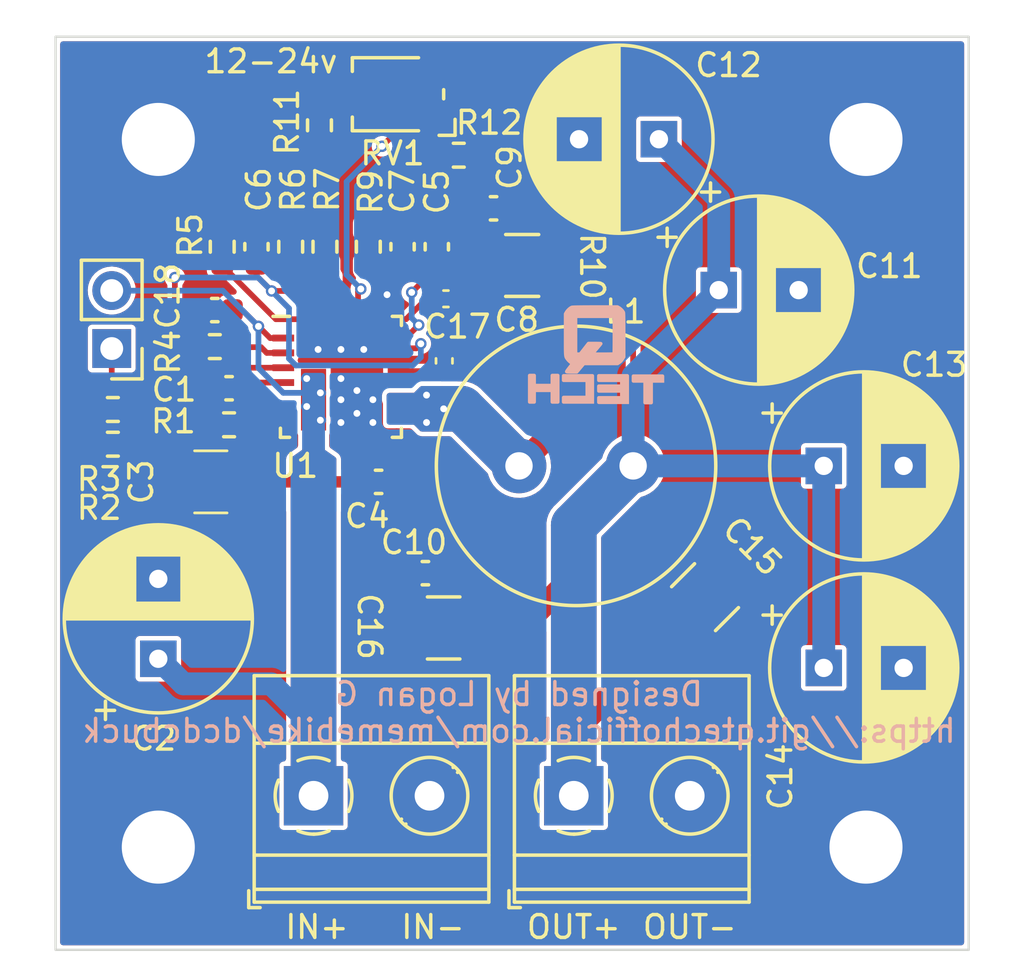
<source format=kicad_pcb>
(kicad_pcb (version 20211014) (generator pcbnew)

  (general
    (thickness 1.6)
  )

  (paper "A4")
  (layers
    (0 "F.Cu" signal)
    (31 "B.Cu" signal)
    (32 "B.Adhes" user "B.Adhesive")
    (33 "F.Adhes" user "F.Adhesive")
    (34 "B.Paste" user)
    (35 "F.Paste" user)
    (36 "B.SilkS" user "B.Silkscreen")
    (37 "F.SilkS" user "F.Silkscreen")
    (38 "B.Mask" user)
    (39 "F.Mask" user)
    (40 "Dwgs.User" user "User.Drawings")
    (41 "Cmts.User" user "User.Comments")
    (42 "Eco1.User" user "User.Eco1")
    (43 "Eco2.User" user "User.Eco2")
    (44 "Edge.Cuts" user)
    (45 "Margin" user)
    (46 "B.CrtYd" user "B.Courtyard")
    (47 "F.CrtYd" user "F.Courtyard")
    (48 "B.Fab" user)
    (49 "F.Fab" user)
    (50 "User.1" user)
    (51 "User.2" user)
    (52 "User.3" user)
    (53 "User.4" user)
    (54 "User.5" user)
    (55 "User.6" user)
    (56 "User.7" user)
    (57 "User.8" user)
    (58 "User.9" user)
  )

  (setup
    (stackup
      (layer "F.SilkS" (type "Top Silk Screen"))
      (layer "F.Paste" (type "Top Solder Paste"))
      (layer "F.Mask" (type "Top Solder Mask") (thickness 0.01))
      (layer "F.Cu" (type "copper") (thickness 0.035))
      (layer "dielectric 1" (type "core") (thickness 1.51) (material "FR4") (epsilon_r 4.5) (loss_tangent 0.02))
      (layer "B.Cu" (type "copper") (thickness 0.035))
      (layer "B.Mask" (type "Bottom Solder Mask") (thickness 0.01))
      (layer "B.Paste" (type "Bottom Solder Paste"))
      (layer "B.SilkS" (type "Bottom Silk Screen"))
      (copper_finish "None")
      (dielectric_constraints no)
    )
    (pad_to_mask_clearance 0)
    (pcbplotparams
      (layerselection 0x00010fc_ffffffff)
      (disableapertmacros false)
      (usegerberextensions false)
      (usegerberattributes true)
      (usegerberadvancedattributes true)
      (creategerberjobfile true)
      (svguseinch false)
      (svgprecision 6)
      (excludeedgelayer true)
      (plotframeref false)
      (viasonmask false)
      (mode 1)
      (useauxorigin false)
      (hpglpennumber 1)
      (hpglpenspeed 20)
      (hpglpendiameter 15.000000)
      (dxfpolygonmode true)
      (dxfimperialunits true)
      (dxfusepcbnewfont true)
      (psnegative false)
      (psa4output false)
      (plotreference true)
      (plotvalue true)
      (plotinvisibletext false)
      (sketchpadsonfab false)
      (subtractmaskfromsilk false)
      (outputformat 1)
      (mirror false)
      (drillshape 1)
      (scaleselection 1)
      (outputdirectory "")
    )
  )

  (net 0 "")
  (net 1 "Net-(C1-Pad2)")
  (net 2 "VCC")
  (net 3 "GND")
  (net 4 "Net-(C5-Pad2)")
  (net 5 "Net-(C6-Pad2)")
  (net 6 "Net-(C7-Pad1)")
  (net 7 "/VOUT/VSNS")
  (net 8 "Net-(C8-Pad2)")
  (net 9 "/VOUT/VOUT+")
  (net 10 "unconnected-(U1-Pad15)")
  (net 11 "Net-(C17-Pad2)")
  (net 12 "Net-(R1-Pad1)")
  (net 13 "Net-(C1-Pad1)")
  (net 14 "/VOUT/SW")
  (net 15 "Net-(R2-Pad1)")
  (net 16 "Net-(R4-Pad2)")
  (net 17 "Net-(R5-Pad2)")
  (net 18 "Net-(R6-Pad2)")
  (net 19 "Net-(R7-Pad2)")
  (net 20 "Net-(R9-Pad1)")
  (net 21 "Net-(R11-Pad2)")
  (net 22 "/VOUT/VFB")
  (net 23 "Net-(J3-Pad1)")

  (footprint "MountingHole:MountingHole_3.2mm_M3_Pad" (layer "F.Cu") (at 35.5 35.5))

  (footprint "Resistor_SMD:R_0603_1608Metric" (layer "F.Cu") (at 11.8 9.2 -90))

  (footprint "Resistor_SMD:R_0603_1608Metric" (layer "F.Cu") (at 10.3 9.2 -90))

  (footprint "Capacitor_SMD:C_1210_3225Metric" (layer "F.Cu") (at 6.8 19.5 180))

  (footprint "Resistor_SMD:R_0603_1608Metric" (layer "F.Cu") (at 2.51 16.33 180))

  (footprint "TerminalBlock_Phoenix:TerminalBlock_Phoenix_MKDS-1,5-2-5.08_1x02_P5.08mm_Horizontal" (layer "F.Cu") (at 22.7 33.25))

  (footprint "SiC46x:Vishay_PowerPAK_MLP55-27L_R" (layer "F.Cu") (at 12.5 14.9))

  (footprint "TerminalBlock_Phoenix:TerminalBlock_Phoenix_MKDS-1,5-2-5.08_1x02_P5.08mm_Horizontal" (layer "F.Cu") (at 11.3 33.25))

  (footprint "Resistor_SMD:R_0603_1608Metric" (layer "F.Cu") (at 17.662 5.19))

  (footprint "MountingHole:MountingHole_3.2mm_M3_Pad" (layer "F.Cu") (at 4.5 35.5))

  (footprint "Capacitor_THT:CP_Radial_D8.0mm_P3.50mm" (layer "F.Cu") (at 33.65 27.65))

  (footprint "Capacitor_SMD:C_0603_1608Metric" (layer "F.Cu") (at 6.975 11.975 180))

  (footprint "Inductor_THT:L_Radial_D12.0mm_P5.00mm_Neosid_SD12_style2" (layer "F.Cu") (at 20.3 18.8))

  (footprint "Capacitor_SMD:C_0603_1608Metric" (layer "F.Cu") (at 7.6 15.4 180))

  (footprint "Capacitor_THT:CP_Radial_D8.0mm_P3.50mm" (layer "F.Cu") (at 29.05 11.1))

  (footprint "Resistor_SMD:R_0603_1608Metric" (layer "F.Cu") (at 13.7 9.2 90))

  (footprint "Capacitor_SMD:C_0603_1608Metric" (layer "F.Cu") (at 14.15 19.5))

  (footprint "Capacitor_THT:CP_Radial_D8.0mm_P3.50mm" (layer "F.Cu") (at 26.43 4.49 180))

  (footprint "Resistor_SMD:R_0603_1608Metric" (layer "F.Cu") (at 2.51 17.85 180))

  (footprint "Resistor_SMD:R_0603_1608Metric" (layer "F.Cu") (at 7.3 9.2 -90))

  (footprint "Resistor_SMD:R_0603_1608Metric" (layer "F.Cu") (at 6.975 13.575))

  (footprint "Connector_PinHeader_2.54mm:PinHeader_1x02_P2.54mm_Vertical" (layer "F.Cu") (at 2.46 13.66 180))

  (footprint "MountingHole:MountingHole_3.2mm_M3_Pad" (layer "F.Cu") (at 35.5 4.5))

  (footprint "Resistor_SMD:R_1210_3225Metric" (layer "F.Cu") (at 20.44 10.02 180))

  (footprint "Capacitor_SMD:C_0402_1005Metric" (layer "F.Cu") (at 17.1 11.48))

  (footprint "Capacitor_SMD:C_1210_3225Metric" (layer "F.Cu") (at 28.45 24.55 45))

  (footprint "Capacitor_THT:CP_Radial_D8.0mm_P3.50mm" (layer "F.Cu") (at 33.65 18.8))

  (footprint "Resistor_SMD:R_0603_1608Metric" (layer "F.Cu") (at 7.6 17 180))

  (footprint "MountingHole:MountingHole_3.2mm_M3_Pad" (layer "F.Cu") (at 4.5 4.5))

  (footprint "Capacitor_SMD:C_0603_1608Metric" (layer "F.Cu") (at 16.2 23.5 180))

  (footprint "Capacitor_SMD:C_0603_1608Metric" (layer "F.Cu") (at 8.8 9.2 -90))

  (footprint "Capacitor_THT:CP_Radial_D8.0mm_P3.50mm" (layer "F.Cu")
    (tedit 5AE50EF0) (tstamp dd627b3a-68f4-449a-9406-7b0726586f19)
    (at 4.5 27.25 90)
    (descr "CP, Radial series, Radial, pin pitch=3.50mm, , diameter=8mm, Electrolytic Capacitor")
    (tags "CP Radial series Radial pin pitch 3.50mm  diameter 8mm Electrolytic Capacitor")
    (property "Sheetfile" "VIN.kicad_sch")
    (property "Sheetname" "VIN")
    (path "/787c8bbb-82f8-4e63-a469-4fa950a0018e/4d5cd20f-d277-40f0-8830-a2ea32ef2941")
    (attr through_hole)
    (fp_text reference "C2" (at -3.5 -0.2 unlocked) (layer "F.SilkS")
      (effects (font (size 1 1) (thickness 0.15)))
      (tstamp 29255feb-546a-4d5f-a650-965f39571e3e)
    )
    (fp_text value "27uF 75V" (at 1.75 5.25 90) (layer "F.Fab")
      (effects (font (size 1 1) (thickness 0.15)))
      (tstamp b70a302e-4764-4c53-92cc-3a08077370cc)
    )
    (fp_text user "${REFERENCE}" (at 1.75 0 90) (layer "F.Fab")
      (effects (font (size 1 1) (thickness 0.15)))
      (tstamp b9bdea15-dc8b-4eec-9e09-452872121ec4)
    )
    (fp_line (start 4.511 -3.019) (end 4.511 -1.04) (layer "F.SilkS") (width 0.153) (tstamp 001bee80-e76d-4221-b237-c8af1b594c54))
    (fp_line (start 2.671 1.04) (end 2.671 3.976) (layer "F.SilkS") (width 0.153) (tstamp 00a15cea-3226-4b61-8347-e67c820f32e7))
    (fp_line (start 5.551 -1.552) (end 5.551 1.552) (layer "F.SilkS") (width 0.153) (tstamp 075b3990-76a1-42d8-90bc-3e111e253f9b))
    (fp_line (start 2.631 -3.985) (end 2.631 -1.04) (layer "F.SilkS") (width 0.153) (tstamp 08da4983-8bdc-4e7d-a14e-a73621b41b54))
    (fp_line (start 3.511 1.04) (end 3.511 3.686) (layer "F.SilkS") (width 0.153) (tstamp 096217ce-d400-4b97-a72b-6847ebf0e8c7))
    (fp_line (start 3.751 1.04) (end 3.751 3.562) (layer "F.SilkS") (width 0.153) (tstamp 09c9252f-8bf3-4139-b351-3243cb7f7547))
    (fp_line (start 1.87 -4.079) (end 1.87 4.079) (layer "F.SilkS") (width 0.153) (tstamp 0b812470-7680-4ea9-9ba7-d344918b9950))
    (fp_line (start 3.111 -3.85) (end 3.111 -1.04) (layer "F.SilkS") (width 0.153) (tstamp 0bcd9473-b40a-46d5-ae98-02067ad26f10))
    (fp_line (start 4.471 1.04) (end 4.471 3.055) (layer "F.SilkS") (width 0.153) (tstamp 0be26d1a-cb01-4f20-8ba5-3598013abb74))
    (fp_line (start 4.431 -3.09) (end 4.431 -1.04) (layer "F.SilkS") (width 0.153) (tstamp 0e53899a-d379-480d-8a90-0493c5432080))
    (fp_line (start 4.911 -2.604) (end 4.911 2.604) (layer "F.SilkS") (width 0.153) (tstamp 0ec1e0e6-6e0a-4be3-a2a9-f55bf59aee28))
    (fp_line (start 3.991 -3.418) (end 3.991 -1.04) (layer "F.SilkS") (width 0.153) (tstamp 1028cf3a-fa28-4be3-a82d-b24f95de7def))
    (fp_line (start 2.31 -4.042) (end 2.31 4.042) (layer "F.SilkS") (width 0.153) (tstamp 113b592f-84df-4220-b9cb-872c83ba70d5))
    (fp_line (start 5.671 -1.229) (end 5.671 1.229) (layer "F.SilkS") (width 0.153) (tstamp 13207724-ce9a-4eb7-81cb-1b792ab7a65f))
    (fp_line (start 5.831 -0.533) (end 5.831 0.533) (layer "F.SilkS") (width 0.153) (tstamp 19368c2a-2314-458d-9418-fe98dd13e4b1))
    (fp_line (start 2.551 -4.002) (end 2.551 -1.04) (layer "F.SilkS") (width 0.153) (tstamp 1aea8315-b040-4a53-b914-4f8e34558ef2))
    (fp_line (start 1.91 -4.077) (end 1.91 4.077) (layer "F.SilkS") (width 0.153) (tstamp 1c0c0da5-3b2f-44a1-b58a-11e38d16b5a7))
    (fp_line (start 2.03 -4.071) (end 2.03 4.071) (layer "F.SilkS") (width 0.153) (tstamp 1c0e8a88-0fef-47ad-8c14-ce8ccd2fca48))
    (fp_line (start -2.259698 -2.715) (end -2.259698 -1.915) (layer "F.SilkS") (width 0.153) (tstamp 1c877d7d-c52c-4b78-af6e-ccd54dfaac5b))
    (fp_line (start 3.711 -3.584) (end 3.711 -1.04) (layer "F.SilkS") (width 0.153) (tstamp 1cfa88cf-0f0b-4270-a6b3-fb04f047c5f5))
    (fp_line (start 3.591 1.04) (end 3.591 3.647) (layer "F.SilkS") (width 0.153) (tstamp 1e1e97a6-a4b2-4d0c-a9e6-e5a986115786))
    (fp_line (start 2.35 -4.037) (end 2.35 4.037) (layer "F.SilkS") (width 0.153) (tstamp 220314d0-1b97-4466-a171-7cc77bed5776))
    (fp_line (start 4.151 -3.309) (end 4.151 -1.04) (layer "F.SilkS") (width 0.153) (tstamp 2362e161-982f-4fa9-ae3b-22b8a687c859))
    (fp_line (start 3.391 -3.74) (end 3.391 -1.04) (layer "F.SilkS") (width 0.153) (tstamp 241d2c11-9f14-4593-9e1a-014b4717eba2))
    (fp_line (start 3.831 -3.517) (end 3.831 -1.04) (layer "F.SilkS") (width 0.153) (tstamp 247aa347-d703-4e16-afd8-1f9722587ddf))
    (fp_line (start 2.591 -3.994) (end 2.591 -1.04) (layer "F.SilkS") (width 0.153) (tstamp 2627cba9-01db-472f-a4b1-fc9cc1b235d3))
    (fp_line (start 3.991 1.04) (end 3.991 3.418) (layer "F.SilkS") (width 0.153) (tstamp 29a4588f-6336-4c8b-89f9-d3149c7f7ade))
    (fp_line (start 4.671 -2.867) (end 4.671 2.867) (layer "F.SilkS") (width 0.153) (tstamp 2bbb9a98-95f2-4141-ab6b-66b74a787dd4))
    (fp_line (start 3.831 1.04) (end 3.831 3.517) (layer "F.SilkS") (width 0.153) (tstamp 2e080f77-6f1e-415a-acf2-097169d49730))
    (fp_line (start 4.591 -2.945) (end 4.591 2.945) (layer "F.SilkS") (width 0.153) (tstamp 2e626a36-cdc7-4e67-b587-70cbacbc6bdf))
    (fp_line (start 3.871 -3.493) (end 3.871 -1.04) (layer "F.SilkS") (width 0.153) (tstamp 2f4cc109-3a21-495e-af0b-cb851f238607))
    (fp_line (start 3.671 -3.606) (end 3.671 -1.04) (layer "F.SilkS") (width 0.153) (tstamp 3556b975-3cdd-48e7-9660-dcaa2d9b31fb))
    (fp_line (start 3.631 1.04) (end 3.631 3.627) (layer "F.SilkS") (width 0.153) (tstamp 37528016-d4c9-4f6a-ae6b-edcb7e885acd))
    (fp_line (start 4.631 -2.907) (end 4.631 2.907) (layer "F.SilkS") (width 0.153) (tstamp 375b9875-633b-4ad6-aca3-aa30676790fb))
    (fp_line (start 3.511 -3.686) (end 3.511 -1.04) (layer "F.SilkS") (width 0.153) (tstamp 3abf2670-c093-46c2-8e9e-cb42c8fc47f1))
    (fp_line (start 3.271 1.04) (end 3.271 3.79) (layer "F.SilkS") (width 0.153) (tstamp 3b22a66b-ae35-4961-a7c4-657c87cf16d2))
    (fp_line (start 4.071 -3.365) (end 4.071 -1.04) (layer "F.SilkS") (width 0.153) (tstamp 3b9dce0f-8a13-4c74-a888-2f7d727f5117))
    (fp_line (start 3.871 1.04) (end 3.871 3.493) (layer "F.SilkS") (width 0.153) (tstamp 3bee962c-fd21-4188-8673-d8948ec2509a))
    (fp_line (start 3.791 1.04) (end 3.791 3.54) (layer "F.SilkS") (width 0.153) (tstamp 3cc2d259-4d62-4ea5-9a52-4c1c58e838a4))
    (fp_line (start 2.43 -4.024) (end 2.43 4.024) (layer "F.SilkS") (width 0.153) (tstamp 4238e22f-f42e-47df-9468-87cd60176ba1))
    (fp_line (start 3.471 1.04) (end 3.471 3.704) (layer "F.SilkS") (width 0.153) (tstamp 4347d73f-e066-41c3-9bbf-37160a2516e6))
    (fp_line (start 4.031 -3.392) (end 4.031 -1.04) (layer "F.SilkS") (width 0.153) (tstamp 44c2485d-f07e-4082-9359-ca71a5ef12fc))
    (fp_line (start 4.391 -3.124) (end 4.391 -1.04) (layer "F.SilkS") (width 0.153) (tstamp 462cbbc6-e055-4a97-9dc5-95ebae4e9bce))
    (fp_line (start 1.95 -4.076) (end 1.95 4.076) (layer "F.SilkS") (width 0.153) (tstamp 46b6ba92-692b-4e62-bbf3-a46ba3426894))
    (fp_line (start 4.951 -2.556) (end 4.951 2.556) (layer "F.SilkS") (width 0.153) (tstamp 497e6aae-865b-498c-8115-d788eee987e0))
    (fp_line (start 3.791 -3.54) (end 3.791 -1.04) (layer "F.SilkS") (width 0.153) (tstamp 4a27e1b8-84ce-431a-9f31-24cd4da497d4))
    (fp_line (start 4.991 -2.505) (end 4.991 2.505) (layer "F.SilkS") (width 0.153) (tstamp 4d364b91-f361-4098-bff6-6f72dad45ef1))
    (fp_line (start 3.351 -3.757) (end 3.351 -1.04) (layer "F.SilkS") (width 0.153) (tstamp 54ab80eb-2d8f-4281-833e-bfcaf4f88834))
    (fp_line (start 2.551 1.04) (end 2.551 4.002) (layer "F.SilkS") (width 0.153) (tstamp 54d15ae3-8f71-4cdc-aa46-e48f48167115))
    (fp_line (start 2.591 1.04) (end 2.591 3.994) (layer "F.SilkS") (width 0.153) (tstamp 55548726-025e-4a71-9681-9f1b481a86fa))
    (fp_line (start 5.151 -2.287) (end 5.151 2.287) (layer "F.SilkS") (width 0.153) (tstamp 563fb908-784f-4130-bab3-15da37cc4d84))
    (fp_line (start 5.711 -1.098) (end 5.711 1.098) (layer "F.SilkS") (width 0.153) (tstamp 56ab468a-609e-407c-9068-10f5e6ed28c2))
    (fp_line (start 4.751 -2.784) (end 4.751 2.784) (layer "F.SilkS") (width 0.153) (tstamp 5bab88e7-81a9-4c3d-9293-d778b2c3b24e))
    (fp_line (start 2.951 -3.902) (end 2.951 -1.04) (layer "F.SilkS") (width 0.153) (tstamp 5ca00ef5-b260-4e08-9092-5ca614b88460))
    (fp_line (start 4.151 1.04) (end 4.151 3.309) (layer "F.SilkS") (width 0.153) (tstamp 5cc520ea-5916-4f98-bc44-63692d305bed))
    (fp_line (start 3.911 1.04) (end 3.911 3.469) (layer "F.SilkS") (width 0.153) (tstamp 5ce1423d-394b-4501-9deb-b4cbbd43ea84))
    (fp_line (start 4.031 1.04) (end 4.031 3.392) (layer "F.SilkS") (width 0.153) (tstamp 5dec9732-207e-402f-97d4-353b10620f9b))
    (fp_line (start 5.791 -0.768) (end 5.791 0.768) (layer "F.SilkS") (width 0.153) (tstamp 5ec21a6e-005a-4977-a4d3-150b4a88b0ac))
    (fp_line (start 4.271 1.04) (end 4.271 3.22) (layer "F.SilkS") (width 0.153) (tstamp 5f0c5bba-9710-4a26-a88b-34f68087e47c))
    (fp_line (start 3.551 1.04) (end 3.551 3.666) (layer "F.SilkS") (width 0.153) (tstamp 5fcf274c-6563-4a3b-94f8-7ab7509b9b89))
    (fp_line (start 5.311 -2.034) (end 5.311 2.034) (layer "F.SilkS") (width 0.153) (tstamp 62669983-7a92-4854-8298-e7b5b8366436))
    (fp_line (start 5.751 -0.948) (end 5.751 0.948) (layer "F.SilkS") (width 0.153) (tstamp 637fa9f0-0d02-4c3c-b350-a509be70ac32))
    (fp_line (start 5.071 -2.4) (end 5.071 2.4) (layer "F.SilkS") (width 0.153) (tstamp 65f45bed-1c77-40a6-96db-bf184876633c))
    (fp_line (start 2.951 1.04) (end 2.951 3.902) (layer "F.SilkS") (width 0.153) (tstamp 68e234ec-6c37-4742-b6e3-0020fb83d0aa))
    (fp_line (start 3.111 1.04) (end 3.111 3.85) (layer "F.SilkS") (width 0.153) (tstamp 6ad56825-55a3-432d-ac7e-87a440c4b46a))
    (fp_line (start 3.231 1.04) (end 3.231 3.805) (layer "F.SilkS") (width 0.153) (tstamp 6b0cd3cf-f318-4f38-952f-6bab20f2808a))
    (fp_line (start 4.351 -3.156) (end 4.351 -1.04) (layer "F.SilkS") (width 0.153) (tstamp 6bd1c72b-c870-422b-a7ea-d124fef240ef))
    (fp_line (start 2.471 1.04) (end 2.471 4.017) (layer "F.SilkS") (width 0.153) (tstamp 6c92560f-ca2d-4079-8250-5868393e66de))
    (fp_line (start 4.231 -3.25) (end 4.231 -1.04) (layer "F.SilkS") (width 0.153) (tstamp 709ab379-05aa-4d2b-a5cd-d23a8e0d5384))
    (fp_line (start 2.39 -4.03) (end 2.39 4.03) (layer "F.SilkS") (width 0.153) (tstamp 745d76b4-b61e-441c-be9c-52d50b40303d))
    (fp_line (start 2.27 -4.048) (end 2.27 4.048) (layer "F.SilkS") (width 0.153) (tstamp 7721ca01-7753-4dad-bccc-b852be20823c))
    (fp_line (start 4.311 1.04) (end 4.311 3.189) (layer "F.SilkS") (width 0.153) (tstamp 773cdc3b-ae58-4771-9e9d-f3fa4960d2e9))
    (fp_line (start 5.431 -1.813) (end 5.431 1.813) (layer "F.SilkS") (width 0.153) (tstamp 77f6e18c-188e-4aa0-a4ae-4c4d1b76388d))
    (fp_line (start 3.231 -3.805) (end 3.231 -1.04) (layer "F.SilkS") (width 0.153) (tstamp 79fd98f2-b30b-47d6-8395-0e5cc2292099))
    (fp_line (start 2.751 1.04) (end 2.751 3.957) (layer "F.SilkS") (width 0.153) (tstamp 7abd9797-52d9-43cc-9a0e-fd64b3e48b71))
    (fp_line (start 3.351 1.04) (end 3.351 3.757) (layer "F.SilkS") (width 0.153) (tstamp 7c1d0643-1a19-4172-95a6-ab55e0bd6f1a))
    (fp_line (start 2.911 1.04) (end 2.911 3.914) (layer "F.SilkS") (width 0.153) (tstamp 7f07f799-8798-4317-a387-34fb32e6088f))
    (fp_line (start 4.471 -3.055) (end 4.471 -1.04) (layer "F.SilkS") (width 0.153) (tstamp 7f81b7b2-e090-4037-a816-34bfbf6a405f))
    (fp_line (start 3.191 1.04) (end 3.191 3.821) (layer "F.SilkS") (width 0.153) (tstamp 80a6b29f-ef2c-461f-85dc-dc9ae3c52261))
    (fp_line (start 2.711 -3.967) (end 2.711 -1.04) (layer "F.SilkS") (width 0.153) (tstamp 80e94c71-b8b4-40f5-88a5-2e68a1c578c1))
    (fp_line (start 4.431 1.04) (end 4.431 3.09) (layer "F.SilkS") (width 0.153) (tstamp 81f0841a-52ec-4ebe-b02b-4f5f89356ff7))
    (fp_line (start 3.431 1.04) (end 3.431 3.722) (layer "F.SilkS") (width 0.153) (tstamp 824a8281-7309-41b5-bcb3-79d85e570c7c))
    (fp_line (start 2.751 -3.957) (end 2.751 -1.04) (layer "F.SilkS") (width 0.153) (tstamp 82d7314e-21a3-4fca-96dc-e828d131176b))
    (fp_line (start 4.831 -2.697) (end 4.831 2.697) (layer "F.SilkS") (width 0.153) (tstamp 837eadfe-5190-4bcf-b88b-a0a02adad475))
    (fp_line (start 5.111 -2.345) (end 5.111 2.345) (layer "F.SilkS") (width 0.153) (tstamp 8b63ab7f-bdde-450b-a797-89aa4e9a2dff))
    (fp_line (start 5.511 -1.645) (end 5.511 1.645) (layer "F.SilkS") (width 0.153) (tstamp 8bd3e879-dab2-490a-b597-ca5470ad7e8b))
    (fp_line (start 5.391 -1.89) (end 5.391 1.89) (layer "F.SilkS") (width 0.153) (tstamp 8c6ecb4d-feab-4a0a-a5ce-839fa2e32a1d))
    (fp_line (start 5.631 -1.346) (end 5.631 1.346) (layer "F.SilkS") (width 0.153) (tstamp 8d245db9-d2bf-4ff3-bf12-d430948afb34))
    (fp_line (start 3.271 -3.79) (end 3.271 -1.04) (layer "F.SilkS") (width 0.153) (tstamp 8e065284-371a-46ae-b354-447b19f9ddfd))
    (fp_line (start 2.631 1.04) (end 2.631 3.985) (layer "F.SilkS") (width 0.153) (tstamp 8e1ba1c8-52d9-4c8c-9874-dfc6fb25764e))
    (fp_line (start 3.311 -3.774) (end 3.311 -1.04) (layer "F.SilkS") (width 0.153) (tstamp 8e8d505a-3c1d-40b3-a75d-0bbd29638cc7))
    (fp_line (start 3.151 1.04) (end 3.151 3.835) (layer "F.SilkS") (width 0.153) (tstamp 8ef930d7-384c-4582-810c-81124cd5d08d))
    (fp_line (start 2.831 1.04) (end 2.831 3.936) (layer "F.SilkS") (width 0.153) (tstamp 91470140-12ad-4717-8d95-eb4fa3075653))
    (fp_line (start 1.83 -4.08) (end 1.83 4.08) (layer "F.SilkS") (width 0.153) (tstamp 928490ef-0d55-44b4-8363-162757640554))
    (fp_line (start 3.591 -3.647) (end 3.591 -1.04) (layer "F.SilkS") (width 0.153) (tstamp 932c8e88-6123-4bbf-a094-3fa67f5a2e84))
    (fp_line (start 3.471 -3.704) (end 3.471 -1.04) (layer "F.SilkS") (width 0.153) (tstamp 952aa485-0c90-4ef3-becb-f8020547e845))
    (fp_line (start 2.711 1.04) (end 2.711 3.967) (layer "F.SilkS") (width 0.153) (tstamp 9729199d-9ee2-4566-8798-cd6c1d31e121))
    (fp_line (start 1.79 -4.08) (end 1.79 4.08) (layer "F.SilkS") (width 0.153) (tstamp 9870fb95-9651-49a9-951b-e0370c7307b0))
    (fp_line (start 4.111 1.04) (end 4.111 3.338) (layer "F.SilkS") (width 0.153) (tstamp 98c56a59-85b2-489f-8dec-086e53e831b9))
    (fp_line (start 2.511 -4.01) (end 2.511 -1.04) (layer "F.SilkS") (width 0.153) (tstamp 9f60d72a-46ce-4d77-855a-5406a769af37))
    (fp_line (start 5.231 -2.166) (end 5.231 2.166) (layer "F.SilkS") (width 0.153) (tstamp a67681c0-0190-477d-aa55-694e4e28672e))
    (fp_line (start 3.151 -3.835) (end 3.151 -1.04) (layer "F.SilkS") (width 0.153) (tstamp a8851802-c362-451e-834d-7362008b70fa))
    (fp_line (start 2.471 -4.017) (end 2.471 -1.04) (layer "F.SilkS") (width 0.153) (tstamp a897a769-647d-4ffb-b47f-b6ec0e3b8e77))
    (fp_line (start 3.711 1.04) (end 3.711 3.584) (layer "F.SilkS") (width 0.153) (tstamp a8c11664-1950-4904-8303-585f8f8fdb6e))
    (fp_line (start 3.911 -3.469) (end 3.911 -1.04) (layer "F.SilkS") (width 0.153) (tstamp ace5cd76-8e7b-4c50-9518-c0fd6aa9e81a))
    (fp_line (start 4.351 1.04) (end 4.351 3.156) (layer "F.SilkS") (width 0.153) (tstamp af25200d-788b-4715-a7d6-b8c49e3f1d71))
    (fp_line (start 3.431 -3.722) (end 3.431 -1.04) (layer "F.SilkS") (width 0.153) (tstamp b1fa2bd5-24d8-4a3e-bf5a-8cecdf555cc1))
    (fp_line (start 4.231 1.04) (end 4.231 3.25) (layer "F.SilkS") (width 0.153) (tstamp b315ea79-2799-42c2-8a63-ea76515998ab))
    (fp_line (start 1.99 -4.074) (end 1.99 4.074) (layer "F.SilkS") (width 0.153) (tstamp b36c7636-0791-4ceb-af50-2e1e626d032f))
    (fp_line (start 2.991 1.04) (end 2.991 3.889) (layer "F.SilkS") (width 0.153) (tstamp b485ef6c-3b57-42dc-8ad0-500c926b79a1))
    (fp_line (start 4.191 -3.28) (end 4.191 -1.04) (layer "F.SilkS") (width 0.153) (tstamp b7409901-1842-4f3c-b016-c7e4cb1a86cc))
    (fp_line (start 3.391 1.04) (end 3.391 3.74) (layer "F.SilkS") (width 0.153) (tstamp b8989ee1-e653-4684-91db-c01c25cd9819))
    (fp_line (start 2.671 -3.976) (end 2.671 -1.04) (layer "F.SilkS") (width 0.153) (tstamp bd3b118f-2e9a-4088-8c3a-0f13fe75bf7e))
    (fp_line (start 3.951 -3.444) (end 3.951 -1.04) (layer "F.SilkS") (width 0.153) (tstamp be40de4f-2362-4196-b9e0-484644d6d0ed))
    (fp_line (start 2.11 -4.065) (end 2.11 4.065) (layer "F.SilkS") (width 0.153) (tstamp bf73fa6d-d244-4355-b377-5db4a7d71ceb))
    (fp_line (start 2.791 1.04) (end 2.791 3.947) (layer "F.SilkS") (width 0.153) (tstamp bf765e88-b7cf-43e6-9dd6-ec39ebc35e25))
    (fp_line (start 3.951 1.04) (end 3.951 3.444) (layer "F.SilkS") (width 0.153) (tstamp c053ce55-e720-4be8-b1f8-9ca70e6291e6))
    (fp_line (start 4.791 -2.741) (end 4.791 2.741) (layer "F.SilkS") (width 0.153) (tstamp c19fc28e-d34b-471e-bfb0-6fdc43bba4aa))
    (fp_line (start 2.23 -4.052) (end 2.23 4.052) (layer "F.SilkS") (width 0.153) (tstamp c202c587-8f80-4bc6-80e8-116a70c4c5ed))
    (fp_line (start -2.659698 -2.315) (end -1.859698 -2.315) (layer "F.SilkS") (width 0.153) (tstamp c2b80a91-0567-40a2-a67d-16a0c50fa54b))
    (fp_line (start 5.191 -2.228) (end 5.191 2.228) (layer "F.SilkS") (width 0.153) (tstamp c4120355-d76e-4517-9de0-59306e7e6f7f))
    (fp_line (start 4.071 1.04) (end 4.071 3.365) (layer "F.SilkS") (width 0.153) (tstamp c5757d47-493d-436f-8275-a3cd4f55f3b1))
    (fp_line (start 4.871 -2.651) (end 4.871 2.651) (layer "F.SilkS") (width 0.153) (tstamp c8515008-80c4-4846-bf6d-8bd7f192c7d4))
    (fp_line (start 3.751 -3.562) (end 3.751 -1.04) (layer "F.SilkS") (width 0.153) (tstamp c98a58cd-3eec-4b6c-8858-238f6634061d))
    (fp_line (start 5.591 -1.453) (end 5.591 1.453) (layer "F.SilkS") (width 0.153) (tstamp cbe0e7b7-0dd6-4fb9-b70f-2d7f6e02542a))
    (fp_line (start 4.511 1.04) (end 4.511 3.019) (layer "F.SilkS") (width 0.153) (tstamp cc3d6a8c-7d8b-42dd-ad81-a576ae8b1830))
    (fp_line (start 4.191 1.04) (end 4.191 3.28) (layer "F.SilkS") (width 0.153) (tstamp cf58572e-a0be-416d-b999-f6dcb6bfc1b2))
    (fp_line (start 2.07 -4.068) (end 2.07 4.068) (layer "F.SilkS") (width 0.153) (tstamp cfeb349b-8d3d-4cb5-a68b-e0a2cc3c6227))
    (fp_line (start 3.671 1.04) (end 3.671 3.606) (layer "F.SilkS") (width 0.153) (tstamp d1c906b5-86a1-4cce-b3ae-07c84c126c60))
    (fp_line (start 3.071 1.04) (end 3.
... [208714 chars truncated]
</source>
